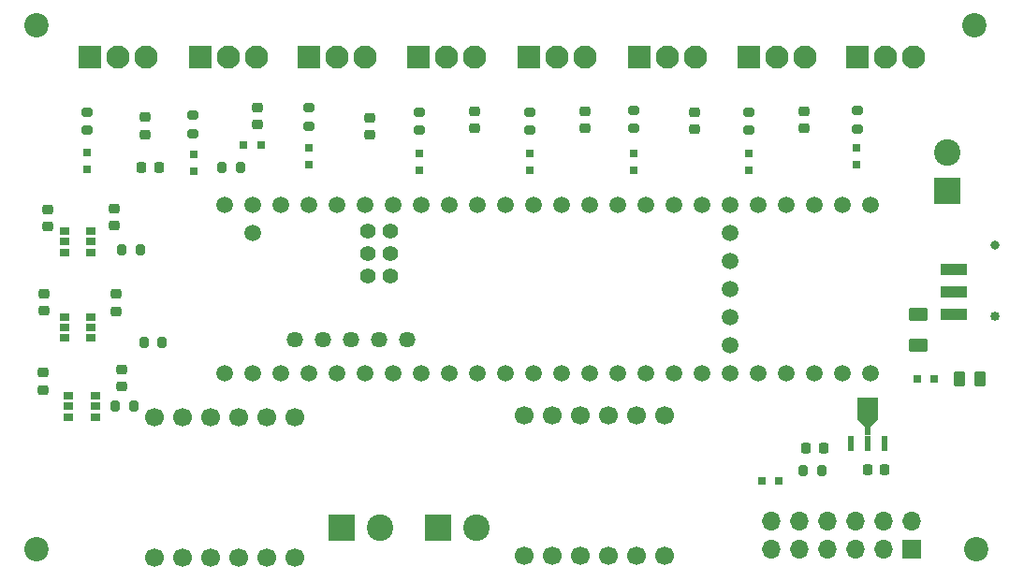
<source format=gbr>
%TF.GenerationSoftware,KiCad,Pcbnew,7.0.7*%
%TF.CreationDate,2024-02-18T14:41:38-05:00*%
%TF.ProjectId,Frankii FInal,4672616e-6b69-4692-9046-496e616c2e6b,rev?*%
%TF.SameCoordinates,Original*%
%TF.FileFunction,Soldermask,Top*%
%TF.FilePolarity,Negative*%
%FSLAX46Y46*%
G04 Gerber Fmt 4.6, Leading zero omitted, Abs format (unit mm)*
G04 Created by KiCad (PCBNEW 7.0.7) date 2024-02-18 14:41:38*
%MOMM*%
%LPD*%
G01*
G04 APERTURE LIST*
G04 Aperture macros list*
%AMRoundRect*
0 Rectangle with rounded corners*
0 $1 Rounding radius*
0 $2 $3 $4 $5 $6 $7 $8 $9 X,Y pos of 4 corners*
0 Add a 4 corners polygon primitive as box body*
4,1,4,$2,$3,$4,$5,$6,$7,$8,$9,$2,$3,0*
0 Add four circle primitives for the rounded corners*
1,1,$1+$1,$2,$3*
1,1,$1+$1,$4,$5*
1,1,$1+$1,$6,$7*
1,1,$1+$1,$8,$9*
0 Add four rect primitives between the rounded corners*
20,1,$1+$1,$2,$3,$4,$5,0*
20,1,$1+$1,$4,$5,$6,$7,0*
20,1,$1+$1,$6,$7,$8,$9,0*
20,1,$1+$1,$8,$9,$2,$3,0*%
G04 Aperture macros list end*
%ADD10RoundRect,0.200000X0.200000X0.275000X-0.200000X0.275000X-0.200000X-0.275000X0.200000X-0.275000X0*%
%ADD11RoundRect,0.200000X0.275000X-0.200000X0.275000X0.200000X-0.275000X0.200000X-0.275000X-0.200000X0*%
%ADD12R,0.900001X0.650001*%
%ADD13C,1.700000*%
%ADD14R,2.100000X2.100000*%
%ADD15C,2.100000*%
%ADD16R,0.711200X0.762000*%
%ADD17RoundRect,0.225000X-0.250000X0.225000X-0.250000X-0.225000X0.250000X-0.225000X0.250000X0.225000X0*%
%ADD18C,0.853092*%
%ADD19C,0.812800*%
%ADD20R,2.489200X0.990600*%
%ADD21C,2.200000*%
%ADD22RoundRect,0.250000X-0.262500X-0.450000X0.262500X-0.450000X0.262500X0.450000X-0.262500X0.450000X0*%
%ADD23RoundRect,0.225000X-0.225000X-0.250000X0.225000X-0.250000X0.225000X0.250000X-0.225000X0.250000X0*%
%ADD24R,0.762000X0.711200*%
%ADD25RoundRect,0.225000X0.250000X-0.225000X0.250000X0.225000X-0.250000X0.225000X-0.250000X-0.225000X0*%
%ADD26R,2.400000X2.400000*%
%ADD27C,2.400000*%
%ADD28RoundRect,0.225000X0.225000X0.250000X-0.225000X0.250000X-0.225000X-0.250000X0.225000X-0.250000X0*%
%ADD29R,0.533400X1.397000*%
%ADD30RoundRect,0.200000X-0.200000X-0.275000X0.200000X-0.275000X0.200000X0.275000X-0.200000X0.275000X0*%
%ADD31C,1.512000*%
%ADD32C,1.462000*%
%ADD33C,1.412000*%
%ADD34RoundRect,0.250000X0.625000X-0.375000X0.625000X0.375000X-0.625000X0.375000X-0.625000X-0.375000X0*%
%ADD35R,1.700000X1.700000*%
%ADD36O,1.700000X1.700000*%
G04 APERTURE END LIST*
%TO.C,U1*%
G36*
X177357600Y-110747400D02*
G01*
X176709900Y-111395100D01*
X176709900Y-112207900D01*
X176176500Y-112207900D01*
X176176500Y-111395100D01*
X175528800Y-110747400D01*
X175528800Y-108829700D01*
X177357600Y-108829700D01*
X177357600Y-110747400D01*
G37*
%TD*%
D10*
%TO.C,RL3*%
X110050000Y-109600000D03*
X108400000Y-109600000D03*
%TD*%
%TO.C,RL2*%
X112625000Y-103800000D03*
X110975000Y-103800000D03*
%TD*%
%TO.C,RL1*%
X110625000Y-95400000D03*
X108975000Y-95400000D03*
%TD*%
D11*
%TO.C,R6*%
X145871700Y-84591100D03*
X145871700Y-82941100D03*
%TD*%
D12*
%TO.C,U2*%
X103771700Y-93741099D03*
X103771700Y-94691100D03*
X103771700Y-95641098D03*
X106171700Y-95641098D03*
X106171700Y-94691100D03*
X106171700Y-93741099D03*
%TD*%
D13*
%TO.C,DRV8256P2*%
X145361700Y-110391100D03*
X147901700Y-110391100D03*
X150441700Y-110391100D03*
X152981700Y-110391100D03*
X155521700Y-110391100D03*
X158061700Y-110391100D03*
X158061700Y-123091100D03*
X155521700Y-123091100D03*
X152981700Y-123091100D03*
X150441700Y-123091100D03*
X147901700Y-123091100D03*
X145361700Y-123091100D03*
%TD*%
D14*
%TO.C,J6*%
X116051700Y-77941100D03*
D15*
X118591700Y-77941100D03*
X121131700Y-77941100D03*
%TD*%
D16*
%TO.C,LED10*%
X145871700Y-86666400D03*
X145871700Y-88215800D03*
%TD*%
%TO.C,LED8*%
X175471700Y-86191700D03*
X175471700Y-87741100D03*
%TD*%
D17*
%TO.C,C4*%
X101971700Y-99391100D03*
X101971700Y-100941100D03*
%TD*%
D18*
%TO.C,SW1*%
X187998800Y-101436200D03*
D19*
X187998340Y-95036200D03*
D20*
X184249300Y-101236575D03*
X184249300Y-99236325D03*
X184249300Y-97236075D03*
%TD*%
D21*
%TO.C,H4*%
X186071700Y-75141100D03*
%TD*%
D22*
%TO.C,R3*%
X184759200Y-107141100D03*
X186584200Y-107141100D03*
%TD*%
D17*
%TO.C,C6*%
X101871700Y-106541100D03*
X101871700Y-108091100D03*
%TD*%
D16*
%TO.C,LED3*%
X135871700Y-86666400D03*
X135871700Y-88215800D03*
%TD*%
D17*
%TO.C,C10*%
X160771700Y-82941100D03*
X160771700Y-84491100D03*
%TD*%
D14*
%TO.C,J7*%
X106071700Y-77941100D03*
D15*
X108611700Y-77941100D03*
X111151700Y-77941100D03*
%TD*%
D17*
%TO.C,C15*%
X140871700Y-82891100D03*
X140871700Y-84441100D03*
%TD*%
%TO.C,C12*%
X121271700Y-82566100D03*
X121271700Y-84116100D03*
%TD*%
D14*
%TO.C,J4*%
X155771700Y-77941100D03*
D15*
X158311700Y-77941100D03*
X160851700Y-77941100D03*
%TD*%
D21*
%TO.C,H1*%
X101271700Y-75141100D03*
%TD*%
D11*
%TO.C,R8*%
X125933300Y-84238700D03*
X125933300Y-82588700D03*
%TD*%
%TO.C,R11*%
X175506500Y-84473700D03*
X175506500Y-82823700D03*
%TD*%
D17*
%TO.C,C2*%
X102271700Y-91766100D03*
X102271700Y-93316100D03*
%TD*%
D23*
%TO.C,C1*%
X170893200Y-113412500D03*
X172443200Y-113412500D03*
%TD*%
D11*
%TO.C,R9*%
X115416100Y-84913700D03*
X115416100Y-83263700D03*
%TD*%
D24*
%TO.C,LED5*%
X168446400Y-116341100D03*
X166897000Y-116341100D03*
%TD*%
D25*
%TO.C,C7*%
X109000000Y-107775000D03*
X109000000Y-106225000D03*
%TD*%
D14*
%TO.C,J8*%
X145791700Y-77941100D03*
D15*
X148331700Y-77941100D03*
X150871700Y-77941100D03*
%TD*%
D17*
%TO.C,C11*%
X131371700Y-83466400D03*
X131371700Y-85016400D03*
%TD*%
D26*
%TO.C,J2*%
X183671700Y-90091100D03*
D27*
X183671700Y-86591100D03*
%TD*%
D28*
%TO.C,C8*%
X112336700Y-87941100D03*
X110786700Y-87941100D03*
%TD*%
D29*
%TO.C,U1*%
X174943200Y-112906400D03*
X176443200Y-112906400D03*
X177943200Y-112906400D03*
%TD*%
D11*
%TO.C,R7*%
X135871700Y-84591100D03*
X135871700Y-82941100D03*
%TD*%
D17*
%TO.C,C13*%
X111071700Y-83441100D03*
X111071700Y-84991100D03*
%TD*%
%TO.C,C14*%
X150871700Y-82891100D03*
X150871700Y-84441100D03*
%TD*%
D12*
%TO.C,U3*%
X103771700Y-101491099D03*
X103771700Y-102441100D03*
X103771700Y-103391098D03*
X106171700Y-103391098D03*
X106171700Y-102441100D03*
X106171700Y-101491099D03*
%TD*%
D11*
%TO.C,R5*%
X155271700Y-84441100D03*
X155271700Y-82791100D03*
%TD*%
D12*
%TO.C,U4*%
X104171700Y-108641099D03*
X104171700Y-109591100D03*
X104171700Y-110541098D03*
X106571700Y-110541098D03*
X106571700Y-109591100D03*
X106571700Y-108641099D03*
%TD*%
D11*
%TO.C,R10*%
X105871700Y-84591700D03*
X105871700Y-82941700D03*
%TD*%
D14*
%TO.C,J3*%
X165671700Y-77941100D03*
D15*
X168211700Y-77941100D03*
X170751700Y-77941100D03*
%TD*%
D16*
%TO.C,LED4*%
X105871700Y-86591700D03*
X105871700Y-88141100D03*
%TD*%
%TO.C,LED2*%
X165671700Y-86666400D03*
X165671700Y-88215800D03*
%TD*%
D21*
%TO.C,H3*%
X186271700Y-122541100D03*
%TD*%
D30*
%TO.C,R2*%
X170618200Y-115412500D03*
X172268200Y-115412500D03*
%TD*%
D14*
%TO.C,J5*%
X125911700Y-77966400D03*
D15*
X128451700Y-77966400D03*
X130991700Y-77966400D03*
%TD*%
D17*
%TO.C,C9*%
X170671700Y-82891100D03*
X170671700Y-84441100D03*
%TD*%
D14*
%TO.C,J9*%
X135791700Y-77941100D03*
D15*
X138331700Y-77941100D03*
X140871700Y-77941100D03*
%TD*%
D11*
%TO.C,R4*%
X165671700Y-84591100D03*
X165671700Y-82941100D03*
%TD*%
D28*
%TO.C,C5IN1*%
X177993200Y-115341100D03*
X176443200Y-115341100D03*
%TD*%
D31*
%TO.C,U5*%
X120801700Y-106561100D03*
X123341700Y-106561100D03*
X125881700Y-106561100D03*
X128421700Y-106561100D03*
X153821700Y-106561100D03*
X123341700Y-91321100D03*
X163981700Y-101481100D03*
X130961700Y-106561100D03*
X133501700Y-106561100D03*
D32*
X124611700Y-103511100D03*
D31*
X136041700Y-106561100D03*
X138581700Y-106561100D03*
X141121700Y-106561100D03*
X143661700Y-106561100D03*
X146201700Y-106561100D03*
X148741700Y-106561100D03*
X151281700Y-106561100D03*
X151281700Y-91321100D03*
X148741700Y-91321100D03*
X146201700Y-91321100D03*
X143661700Y-91321100D03*
X141121700Y-91321100D03*
X138581700Y-91321100D03*
X136041700Y-91321100D03*
X133501700Y-91321100D03*
X130961700Y-91321100D03*
X128421700Y-91321100D03*
X125881700Y-91321100D03*
X156361700Y-106561100D03*
X158901700Y-106561100D03*
X161441700Y-106561100D03*
X163981700Y-106561100D03*
X166521700Y-106561100D03*
X169061700Y-106561100D03*
X171601700Y-106561100D03*
X174141700Y-106561100D03*
X176681700Y-106561100D03*
X176681700Y-91321100D03*
X174141700Y-91321100D03*
X171601700Y-91321100D03*
X169061700Y-91321100D03*
X166521700Y-91321100D03*
X163981700Y-91321100D03*
X161441700Y-91321100D03*
X158901700Y-91321100D03*
X156361700Y-91321100D03*
D32*
X129691700Y-103511100D03*
X127151700Y-103511100D03*
D31*
X118261700Y-106561100D03*
X153821700Y-91321100D03*
X120801700Y-91321100D03*
X163981700Y-98941100D03*
D33*
X133231700Y-95771100D03*
X131231700Y-95771100D03*
D31*
X163981700Y-93861100D03*
X163981700Y-96401100D03*
D33*
X131231700Y-93771100D03*
X133231700Y-93771100D03*
X133231700Y-97771100D03*
X131231700Y-97771100D03*
D32*
X132231700Y-103511100D03*
X134771700Y-103511100D03*
D31*
X163981700Y-104021100D03*
X118261700Y-91321100D03*
X120801700Y-93861100D03*
%TD*%
D13*
%TO.C,DRV8256P1*%
X111961700Y-110591100D03*
X114501700Y-110591100D03*
X117041700Y-110591100D03*
X119581700Y-110591100D03*
X122121700Y-110591100D03*
X124661700Y-110591100D03*
X124661700Y-123291100D03*
X122121700Y-123291100D03*
X119581700Y-123291100D03*
X117041700Y-123291100D03*
X114501700Y-123291100D03*
X111961700Y-123291100D03*
%TD*%
D25*
%TO.C,C5*%
X108471700Y-100991100D03*
X108471700Y-99441100D03*
%TD*%
D16*
%TO.C,LED7*%
X125871700Y-86191700D03*
X125871700Y-87741100D03*
%TD*%
D24*
%TO.C,LED1*%
X120012300Y-85941100D03*
X121561700Y-85941100D03*
%TD*%
D34*
%TO.C,Fuse1*%
X180998800Y-104036200D03*
X180998800Y-101236200D03*
%TD*%
D24*
%TO.C,LED9*%
X182471700Y-107141100D03*
X180922300Y-107141100D03*
%TD*%
D16*
%TO.C,LED6*%
X155271700Y-86666400D03*
X155271700Y-88215800D03*
%TD*%
%TO.C,LED11*%
X115471700Y-86791700D03*
X115471700Y-88341100D03*
%TD*%
D25*
%TO.C,C3*%
X108271700Y-93241100D03*
X108271700Y-91691100D03*
%TD*%
D10*
%TO.C,R1*%
X119711700Y-87941100D03*
X118061700Y-87941100D03*
%TD*%
D14*
%TO.C,J1*%
X175531700Y-77941100D03*
D15*
X178071700Y-77941100D03*
X180611700Y-77941100D03*
%TD*%
D21*
%TO.C,H2*%
X101271700Y-122541100D03*
%TD*%
D26*
%TO.C,J10*%
X137571700Y-120541100D03*
D27*
X141071700Y-120541100D03*
%TD*%
D26*
%TO.C,J11*%
X128871700Y-120541100D03*
D27*
X132371700Y-120541100D03*
%TD*%
D35*
%TO.C,PowerRegulator1*%
X180411700Y-122541100D03*
D36*
X180411700Y-120001100D03*
X177871700Y-122541100D03*
X177871700Y-120001100D03*
X175331700Y-122541100D03*
X175331700Y-120001100D03*
X172791700Y-122541100D03*
X172791700Y-120001100D03*
X170251700Y-122541100D03*
X170251700Y-120001100D03*
X167711700Y-122541100D03*
X167711700Y-120001100D03*
%TD*%
M02*

</source>
